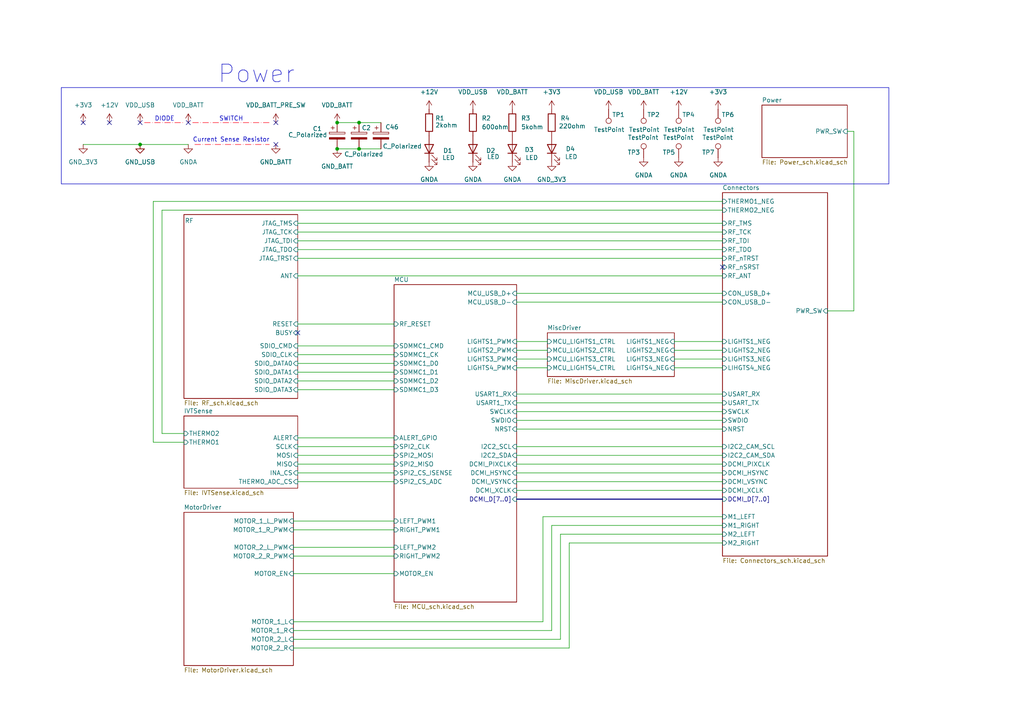
<source format=kicad_sch>
(kicad_sch (version 20231120) (generator "eeschema") (generator_version "8.0")
  (paper "A4")
  (lib_symbols
    (symbol "Connector:TestPoint" (pin_numbers hide) (pin_names (offset 0.762) hide)
      (property "Reference" "TP" (at 0 6.858 0))
      (property "Value" "TestPoint" (at 0 5.08 0))
      (symbol "TestPoint_0_1"
        (circle (center 0 3.302) (radius 0.762))
      )
      (symbol "TestPoint_1_1"
        (pin passive line (at 0 0 90) (length 2.54) (name "1") (number "1"))
      )
    )
    (symbol "Device:C_Polarized" (pin_numbers hide) (pin_names (offset 0.254))
      (property "Reference" "C" (at 0.635 2.54 0))
      (property "Value" "C_Polarized" (at 0.635 -2.54 0))
      (symbol "C_Polarized_0_1"
        (rectangle (start -2.286 0.508) (end 2.286 1.016))
        (polyline (pts (xy -1.778 2.286) (xy -0.762 2.286)))
        (polyline (pts (xy -1.27 2.794) (xy -1.27 1.778)))
        (rectangle (start 2.286 -0.508) (end -2.286 -1.016) (fill (type outline)))
      )
      (symbol "C_Polarized_1_1"
        (pin passive line (at 0 3.81 270) (length 2.794) (name "~") (number "1"))
        (pin passive line (at 0 -3.81 90) (length 2.794) (name "~") (number "2"))
      )
    )
    (symbol "Device:LED" (pin_numbers hide) (pin_names (offset 1.016) hide)
      (property "Reference" "D" (at 0 2.54 0))
      (property "Value" "LED" (at 0 -2.54 0))
      (symbol "LED_0_1"
        (polyline (pts (xy -1.27 -1.27) (xy -1.27 1.27)) (stroke (width 0.254)))
        (polyline (pts (xy -1.27 0) (xy 1.27 0)))
        (polyline (pts (xy 1.27 -1.27) (xy 1.27 1.27) (xy -1.27 0) (xy 1.27 -1.27)) (stroke (width 0.254)))
        (polyline (pts (xy -3.048 -0.762) (xy -4.572 -2.286) (xy -3.81 -2.286) (xy -4.572 -2.286) (xy -4.572 -1.524)))
        (polyline (pts (xy -1.778 -0.762) (xy -3.302 -2.286) (xy -2.54 -2.286) (xy -3.302 -2.286) (xy -3.302 -1.524)))
      )
      (symbol "LED_1_1"
        (pin passive line (at -3.81 0 0) (length 2.54) (name "K") (number "1"))
        (pin passive line (at 3.81 0 180) (length 2.54) (name "A") (number "2"))
      )
    )
    (symbol "Device:R" (pin_numbers hide) (pin_names (offset 0))
      (property "Reference" "R" (at 2.032 0 90))
      (property "Value" "R" (at 0 0 90))
      (symbol "R_0_1"
        (rectangle (start -1.016 -2.54) (end 1.016 2.54) (stroke (width 0.254)))
      )
      (symbol "R_1_1"
        (pin passive line (at 0 3.81 270) (length 1.27) (name "~") (number "1"))
        (pin passive line (at 0 -3.81 90) (length 1.27) (name "~") (number "2"))
      )
    )
    (symbol "power:+3V3" (power) (pin_numbers hide) (pin_names (offset 0) hide)
      (property "Value" "+3V3" (at 0 3.556 0))
      (symbol "+3V3_0_1"
        (polyline (pts (xy -0.762 1.27) (xy 0 2.54)))
        (polyline (pts (xy 0 0) (xy 0 2.54)))
        (polyline (pts (xy 0 2.54) (xy 0.762 1.27)))
      )
      (symbol "+3V3_1_1"
        (pin power_in line (at 0 0 90) (length 0) (name "~") (number "1"))
      )
    )
    (symbol "power:GND" (power) (pin_numbers hide) (pin_names (offset 0) hide)
      (property "Value" "GND" (at 0 -3.81 0))
      (symbol "GND_0_1"
        (polyline (pts (xy 0 0) (xy 0 -1.27) (xy 1.27 -1.27) (xy 0 -2.54) (xy -1.27 -1.27) (xy 0 -1.27)))
      )
      (symbol "GND_1_1"
        (pin power_in line (at 0 0 270) (length 0) (name "~") (number "1"))
      )
    )
    (symbol "power:GNDA" (power) (pin_numbers hide) (pin_names (offset 0) hide)
      (property "Value" "GNDA" (at 0 -3.81 0))
      (symbol "GNDA_0_1"
        (polyline (pts (xy 0 0) (xy 0 -1.27) (xy 1.27 -1.27) (xy 0 -2.54) (xy -1.27 -1.27) (xy 0 -1.27)))
      )
      (symbol "GNDA_1_1"
        (pin power_in line (at 0 0 270) (length 0) (name "~") (number "1"))
      )
    )
  )
  (junction (at 40.64 41.91))
  (junction (at 97.79 35.56))
  (junction (at 104.14 43.18))
  (junction (at 104.14 35.56))
  (junction (at 97.79 43.18))
  (no_connect (at 86.36 96.52))
  (no_connect (at 54.61 35.56))
  (no_connect (at 80.01 41.91))
  (no_connect (at 80.01 35.56))
  (no_connect (at 209.55 77.47))
  (no_connect (at 40.64 35.56))
  (no_connect (at 31.75 35.56))
  (no_connect (at 24.13 35.56))
  (wire (pts (xy 86.36 93.98) (xy 114.3 93.98)))
  (wire (pts (xy 247.65 38.1) (xy 245.745 38.1)))
  (wire (pts (xy 86.36 67.31) (xy 209.55 67.31)))
  (wire (pts (xy 85.09 161.29) (xy 114.3 161.29)))
  (wire (pts (xy 86.36 134.62) (xy 114.3 134.62)))
  (polyline (pts (xy 41.91 35.56) (xy 53.34 35.56)) (stroke (width 0) (type dash_dot) (color 255 5 28 1)))
  (wire (pts (xy 85.09 153.67) (xy 114.3 153.67)))
  (wire (pts (xy 149.86 129.54) (xy 209.55 129.54)))
  (wire (pts (xy 97.79 43.18) (xy 104.14 43.18)))
  (wire (pts (xy 162.56 185.42) (xy 162.56 154.94)))
  (wire (pts (xy 86.36 107.95) (xy 114.3 107.95)))
  (polyline (pts (xy 56.515 41.91) (xy 78.105 41.91)) (stroke (width 0) (type dash_dot) (color 255 5 28 1)))
  (wire (pts (xy 44.45 128.27) (xy 53.34 128.27)))
  (wire (pts (xy 85.09 180.34) (xy 157.48 180.34)))
  (wire (pts (xy 86.36 129.54) (xy 114.3 129.54)))
  (wire (pts (xy 247.65 38.1) (xy 247.65 90.17)))
  (wire (pts (xy 149.86 119.38) (xy 209.55 119.38)))
  (wire (pts (xy 195.58 104.14) (xy 209.55 104.14)))
  (wire (pts (xy 86.36 72.39) (xy 209.55 72.39)))
  (wire (pts (xy 149.86 85.09) (xy 209.55 85.09)))
  (wire (pts (xy 149.86 134.62) (xy 209.55 134.62)))
  (wire (pts (xy 149.86 132.08) (xy 209.55 132.08)))
  (wire (pts (xy 46.99 60.96) (xy 46.99 125.73)))
  (wire (pts (xy 149.86 124.46) (xy 209.55 124.46)))
  (wire (pts (xy 85.09 158.75) (xy 114.3 158.75)))
  (wire (pts (xy 149.86 106.68) (xy 158.75 106.68)))
  (wire (pts (xy 195.58 99.06) (xy 209.55 99.06)))
  (wire (pts (xy 149.86 101.6) (xy 158.75 101.6)))
  (wire (pts (xy 86.36 110.49) (xy 114.3 110.49)))
  (wire (pts (xy 86.36 80.01) (xy 209.55 80.01)))
  (wire (pts (xy 86.36 100.33) (xy 114.3 100.33)))
  (wire (pts (xy 149.86 114.3) (xy 209.55 114.3)))
  (wire (pts (xy 85.09 151.13) (xy 114.3 151.13)))
  (wire (pts (xy 24.13 41.91) (xy 40.64 41.91)))
  (wire (pts (xy 85.09 182.88) (xy 160.02 182.88)))
  (wire (pts (xy 86.36 139.7) (xy 114.3 139.7)))
  (wire (pts (xy 195.58 106.68) (xy 209.55 106.68)))
  (wire (pts (xy 160.02 152.4) (xy 209.55 152.4)))
  (wire (pts (xy 46.99 60.96) (xy 209.55 60.96)))
  (wire (pts (xy 104.14 35.56) (xy 110.49 35.56)))
  (bus (pts (xy 149.86 144.78) (xy 209.55 144.78)))
  (wire (pts (xy 86.36 127) (xy 114.3 127)))
  (wire (pts (xy 149.86 87.63) (xy 209.55 87.63)))
  (wire (pts (xy 86.36 137.16) (xy 114.3 137.16)))
  (wire (pts (xy 85.09 187.96) (xy 165.1 187.96)))
  (wire (pts (xy 149.86 142.24) (xy 209.55 142.24)))
  (wire (pts (xy 86.36 102.87) (xy 114.3 102.87)))
  (wire (pts (xy 40.64 41.91) (xy 54.61 41.91)))
  (wire (pts (xy 149.86 116.84) (xy 209.55 116.84)))
  (wire (pts (xy 86.36 132.08) (xy 114.3 132.08)))
  (wire (pts (xy 97.79 35.56) (xy 104.14 35.56)))
  (wire (pts (xy 157.48 149.86) (xy 209.55 149.86)))
  (wire (pts (xy 149.86 121.92) (xy 209.55 121.92)))
  (wire (pts (xy 149.86 104.14) (xy 158.75 104.14)))
  (wire (pts (xy 85.09 185.42) (xy 162.56 185.42)))
  (wire (pts (xy 149.86 137.16) (xy 209.55 137.16)))
  (polyline (pts (xy 55.88 35.56) (xy 78.105 35.56)) (stroke (width 0) (type dash_dot) (color 255 5 28 1)))
  (wire (pts (xy 165.1 157.48) (xy 209.55 157.48)))
  (wire (pts (xy 157.48 180.34) (xy 157.48 149.86)))
  (wire (pts (xy 160.02 182.88) (xy 160.02 152.4)))
  (wire (pts (xy 85.09 166.37) (xy 114.3 166.37)))
  (wire (pts (xy 162.56 154.94) (xy 209.55 154.94)))
  (wire (pts (xy 247.65 90.17) (xy 240.03 90.17)))
  (wire (pts (xy 86.36 64.77) (xy 209.55 64.77)))
  (wire (pts (xy 86.36 105.41) (xy 114.3 105.41)))
  (wire (pts (xy 165.1 187.96) (xy 165.1 157.48)))
  (wire (pts (xy 46.99 125.73) (xy 53.34 125.73)))
  (wire (pts (xy 149.86 99.06) (xy 158.75 99.06)))
  (wire (pts (xy 86.36 69.85) (xy 209.55 69.85)))
  (wire (pts (xy 195.58 101.6) (xy 209.55 101.6)))
  (wire (pts (xy 86.36 113.03) (xy 114.3 113.03)))
  (wire (pts (xy 149.86 139.7) (xy 209.55 139.7)))
  (wire (pts (xy 44.45 58.42) (xy 44.45 128.27)))
  (wire (pts (xy 86.36 74.93) (xy 209.55 74.93)))
  (wire (pts (xy 104.14 43.18) (xy 110.49 43.18)))
  (wire (pts (xy 44.45 58.42) (xy 209.55 58.42)))
  (rectangle (start 17.78 25.4) (end 257.81 53.34))
  (text "DIODE" (at 47.752 34.544 0) (effects (font (size 1.27 1.27))))
  (text "SWITCH" (at 67.056 34.544 0) (effects (font (size 1.27 1.27))))
  (text "Current Sense Resistor\n" (at 67.056 40.64 0) (effects (font (size 1.27 1.27))))
  (text "Power\n" (at 74.422 21.59 0) (effects (font (size 5.08 5.08))))
  (symbol (lib_id "power:GNDA") (at 186.69 45.72 0) (unit 1)
    (property "Reference" "#PWR024" (effects (hide yes)))
    (property "Value" "GNDA" (at 186.69 50.8 0))
    (property "Description" "Power symbol creates a global label with name \"GNDA\" , analog ground" (effects (hide yes)))
  )
  (symbol (lib_id "power:+3V3") (at 97.79 35.56 0) (unit 1)
    (property "Reference" "#PWR011" (effects (hide yes)))
    (property "Value" "VDD_BATT" (at 97.79 30.48 0))
    (property "Description" "Power symbol creates a global label with name \"+3V3\"" (effects (hide yes)))
  )
  (symbol (lib_id "Connector:TestPoint") (at 208.28 31.75 180) (unit 1)
    (property "Reference" "TP6" (at 209.296 33.274 0) (effects (justify right)))
    (property "Value" "TestPoint" (at 203.962 37.592 0) (effects (justify right)))
    (property "Footprint" "Connector_PinHeader_2.54mm:PinHeader_1x02_P2.54mm_Vertical" (effects (hide yes)))
    (property "Description" "test point" (effects (hide yes)))
    (property "MANUF_PN" "N/A" (effects (hide yes)))
  )
  (symbol (lib_id "power:+3V3") (at 196.85 31.75 0) (unit 1)
    (property "Reference" "#PWR025" (effects (hide yes)))
    (property "Value" "+12V" (at 196.85 26.67 0))
    (property "Description" "Power symbol creates a global label with name \"+3V3\"" (effects (hide yes)))
  )
  (symbol (lib_id "power:+3V3") (at 124.46 31.75 0) (unit 1)
    (property "Reference" "#PWR013" (effects (hide yes)))
    (property "Value" "+12V" (at 124.46 26.67 0))
    (property "Description" "Power symbol creates a global label with name \"+3V3\"" (effects (hide yes)))
  )
  (symbol (lib_id "Device:LED") (at 124.46 43.18 90) (unit 1)
    (property "Reference" "D1" (at 128.524 43.688 90) (effects (justify right)))
    (property "Value" "LED" (at 128.27 45.72 90) (effects (justify right)))
    (property "Footprint" "LED_SMD:LED_0603_1608Metric" (effects (hide yes)))
    (property "Description" "Light emitting diode" (effects (hide yes)))
    (property "MANUF_PN" "LTST-C190GKT" (effects (hide yes)))
  )
  (symbol (lib_id "power:+3V3") (at 148.59 31.75 0) (unit 1)
    (property "Reference" "#PWR017" (effects (hide yes)))
    (property "Value" "VDD_BATT" (at 148.59 26.67 0))
    (property "Description" "Power symbol creates a global label with name \"+3V3\"" (effects (hide yes)))
  )
  (symbol (lib_id "Device:LED") (at 148.59 43.18 90) (unit 1)
    (property "Reference" "D3" (at 152.146 43.434 90) (effects (justify right)))
    (property "Value" "LED" (at 152.4 45.72 90) (effects (justify right)))
    (property "Footprint" "LED_SMD:LED_0603_1608Metric" (effects (hide yes)))
    (property "Description" "Light emitting diode" (effects (hide yes)))
    (property "MANUF_PN" "LTST-C190GKT" (effects (hide yes)))
  )
  (symbol (lib_id "Connector:TestPoint") (at 186.69 31.75 180) (unit 1)
    (property "Reference" "TP2" (at 187.706 33.274 0) (effects (justify right)))
    (property "Value" "TestPoint" (at 182.372 37.592 0) (effects (justify right)))
    (property "Footprint" "Connector_PinHeader_2.54mm:PinHeader_1x02_P2.54mm_Vertical" (effects (hide yes)))
    (property "Description" "test point" (effects (hide yes)))
    (property "MANUF_PN" "N/A" (effects (hide yes)))
  )
  (symbol (lib_id "power:GNDA") (at 40.64 41.91 0) (unit 1)
    (property "Reference" "#PWR05" (effects (hide yes)))
    (property "Value" "GND_USB" (effects (hide yes)))
    (property "Description" "Power symbol creates a global label with name \"GNDA\" , analog ground" (effects (hide yes)))
  )
  (symbol (lib_id "power:GNDA") (at 40.64 41.91 0) (unit 1)
    (property "Reference" "#PWR06" (effects (hide yes)))
    (property "Value" "GND_USB" (at 40.64 46.99 0))
    (property "Description" "Power symbol creates a global label with name \"GNDA\" , analog ground" (effects (hide yes)))
  )
  (symbol (lib_id "power:+3V3") (at 208.28 31.75 0) (unit 1)
    (property "Reference" "#PWR027" (effects (hide yes)))
    (property "Value" "+3V3" (at 208.28 26.67 0))
    (property "Description" "Power symbol creates a global label with name \"+3V3\"" (effects (hide yes)))
  )
  (symbol (lib_id "Device:R") (at 124.46 35.56 0) (unit 1)
    (property "Reference" "R1" (at 126.238 34.29 0) (effects (justify left)))
    (property "Value" "2kohm" (at 126.238 36.322 0) (effects (justify left)))
    (property "Footprint" "Resistor_SMD:R_0603_1608Metric" (effects (hide yes)))
    (property "Description" "Resistor" (effects (hide yes)))
    (property "MANUF_PN" "ERA-3AEB202V" (effects (hide yes)))
  )
  (symbol (lib_id "Device:R") (at 160.02 35.56 0) (unit 1)
    (property "Reference" "R4" (at 162.56 34.2899 0) (effects (justify left)))
    (property "Value" "220ohm" (at 162.052 36.576 0) (effects (justify left)))
    (property "Footprint" "Resistor_SMD:R_0603_1608Metric" (effects (hide yes)))
    (property "Description" "Resistor" (effects (hide yes)))
    (property "MANUF_PN" "RMCF0603FT220R" (effects (hide yes)))
  )
  (symbol (lib_id "Connector:TestPoint") (at 196.85 31.75 180) (unit 1)
    (property "Reference" "TP4" (at 197.866 33.274 0) (effects (justify right)))
    (property "Value" "TestPoint" (at 192.532 37.592 0) (effects (justify right)))
    (property "Footprint" "Connector_PinHeader_2.54mm:PinHeader_1x02_P2.54mm_Vertical" (effects (hide yes)))
    (property "Description" "test point" (effects (hide yes)))
    (property "MANUF_PN" "N/A" (effects (hide yes)))
  )
  (symbol (lib_id "power:GND") (at 160.02 46.99 0) (unit 1)
    (property "Reference" "#PWR021" (effects (hide yes)))
    (property "Value" "GND_3V3" (at 160.02 52.07 0))
    (property "Description" "Power symbol creates a global label with name \"GND\" , ground" (effects (hide yes)))
  )
  (symbol (lib_id "power:+3V3") (at 54.61 35.56 0) (unit 1)
    (property "Reference" "#PWR07" (effects (hide yes)))
    (property "Value" "VDD_BATT" (at 54.61 30.48 0))
    (property "Description" "Power symbol creates a global label with name \"+3V3\"" (effects (hide yes)))
  )
  (symbol (lib_id "Device:R") (at 148.59 35.56 0) (unit 1)
    (property "Reference" "R3" (at 151.13 34.2899 0) (effects (justify left)))
    (property "Value" "5kohm" (at 151.13 36.8299 0) (effects (justify left)))
    (property "Footprint" "Resistor_SMD:R_0603_1608Metric" (effects (hide yes)))
    (property "Description" "Resistor" (effects (hide yes)))
    (property "MANUF_PN" "RT0603BRE075KL" (effects (hide yes)))
  )
  (symbol (lib_id "Connector:TestPoint") (at 176.53 31.75 180) (unit 1)
    (property "Reference" "TP1" (at 177.546 33.274 0) (effects (justify right)))
    (property "Value" "TestPoint" (at 172.212 37.592 0) (effects (justify right)))
    (property "Footprint" "Connector_PinHeader_2.54mm:PinHeader_1x02_P2.54mm_Vertical" (effects (hide yes)))
    (property "Description" "test point" (effects (hide yes)))
    (property "MANUF_PN" "N/A" (effects (hide yes)))
  )
  (symbol (lib_id "power:GNDA") (at 208.28 45.72 0) (unit 1)
    (property "Reference" "#PWR028" (effects (hide yes)))
    (property "Value" "GNDA" (at 208.28 50.8 0))
    (property "Description" "Power symbol creates a global label with name \"GNDA\" , analog ground" (effects (hide yes)))
  )
  (symbol (lib_id "power:+3V3") (at 160.02 31.75 0) (unit 1)
    (property "Reference" "#PWR019" (effects (hide yes)))
    (property "Value" "+3V3" (at 160.02 26.67 0))
    (property "Description" "Power symbol creates a global label with name \"+3V3\"" (effects (hide yes)))
  )
  (symbol (lib_id "Connector:TestPoint") (at 208.28 45.72 0) (unit 1)
    (property "Reference" "TP7" (at 207.264 44.196 0) (effects (justify right)))
    (property "Value" "TestPoint" (at 212.598 39.878 0) (effects (justify right)))
    (property "Footprint" "Connector_PinHeader_2.54mm:PinHeader_1x02_P2.54mm_Vertical" (effects (hide yes)))
    (property "Description" "test point" (effects (hide yes)))
    (property "MANUF_PN" "N/A" (effects (hide yes)))
  )
  (symbol (lib_id "power:GNDA") (at 196.85 45.72 0) (unit 1)
    (property "Reference" "#PWR026" (effects (hide yes)))
    (property "Value" "GNDA" (at 196.85 50.8 0))
    (property "Description" "Power symbol creates a global label with name \"GNDA\" , analog ground" (effects (hide yes)))
  )
  (symbol (lib_id "power:+3V3") (at 31.75 35.56 0) (unit 1)
    (property "Reference" "#PWR03" (effects (hide yes)))
    (property "Value" "+12V" (at 31.75 30.48 0))
    (property "Description" "Power symbol creates a global label with name \"+3V3\"" (effects (hide yes)))
  )
  (symbol (lib_id "Device:R") (at 137.16 35.56 0) (unit 1)
    (property "Reference" "R2" (at 139.7 34.2899 0) (effects (justify left)))
    (property "Value" "600ohm" (at 139.7 36.8299 0) (effects (justify left)))
    (property "Footprint" "Resistor_SMD:R_0603_1608Metric" (effects (hide yes)))
    (property "Description" "Resistor" (effects (hide yes)))
    (property "MANUF_PN" "ERJ-3EKF5600V" (effects (hide yes)))
  )
  (symbol (lib_id "power:+3V3") (at 40.64 35.56 0) (unit 1)
    (property "Reference" "#PWR04" (effects (hide yes)))
    (property "Value" "VDD_USB" (at 40.64 30.48 0))
    (property "Description" "Power symbol creates a global label with name \"+3V3\"" (effects (hide yes)))
  )
  (symbol (lib_id "power:GND") (at 137.16 46.99 0) (unit 1)
    (property "Reference" "#PWR016" (effects (hide yes)))
    (property "Value" "GNDA" (at 137.16 52.07 0))
    (property "Description" "Power symbol creates a global label with name \"GND\" , ground" (effects (hide yes)))
  )
  (symbol (lib_id "Connector:TestPoint") (at 186.69 45.72 0) (unit 1)
    (property "Reference" "TP3" (at 185.674 44.196 0) (effects (justify right)))
    (property "Value" "TestPoint" (at 191.008 39.878 0) (effects (justify right)))
    (property "Footprint" "Connector_PinHeader_2.54mm:PinHeader_1x02_P2.54mm_Vertical" (effects (hide yes)))
    (property "Description" "test point" (effects (hide yes)))
    (property "MANUF_PN" "N/A" (effects (hide yes)))
  )
  (symbol (lib_id "power:GNDA") (at 148.59 46.99 0) (unit 1)
    (property "Reference" "#PWR018" (effects (hide yes)))
    (property "Value" "GNDA" (at 148.59 52.07 0))
    (property "Description" "Power symbol creates a global label with name \"GNDA\" , analog ground" (effects (hide yes)))
  )
  (symbol (lib_id "Device:C_Polarized") (at 97.79 39.37 0) (unit 1)
    (property "Reference" "C1" (at 90.678 37.338 0) (effects (justify left)))
    (property "Value" "C_Polarized" (at 83.566 39.116 0) (effects (justify left)))
    (property "Footprint" "Capacitor_THT:CP_Radial_D10.0mm_P5.00mm" (effects (hide yes)))
    (property "Description" "Polarized capacitor" (effects (hide yes)))
    (property "MANUF_PN" "EEU-FS2A151LB" (effects (hide yes)))
  )
  (symbol (lib_id "Device:C_Polarized") (at 110.49 39.37 0) (unit 1)
    (property "Reference" "C46" (at 111.76 36.83 0) (effects (justify left)))
    (property "Value" "C_Polarized" (at 110.998 42.418 0) (effects (justify left)))
    (property "Footprint" "Inductor_THT:L_Radial_D12.0mm_P5.00mm_Neosid_SD12k_style2" (effects (hide yes)))
    (property "Description" "Polarized capacitor" (effects (hide yes)))
    (property "MANUF_PN" "100ZLJ330M12.5X35" (effects (hide yes)))
  )
  (symbol (lib_id "power:+3V3") (at 176.53 31.75 0) (unit 1)
    (property "Reference" "#PWR022" (effects (hide yes)))
    (property "Value" "VDD_USB" (at 176.53 26.67 0))
    (property "Description" "Power symbol creates a global label with name \"+3V3\"" (effects (hide yes)))
  )
  (symbol (lib_id "power:+3V3") (at 80.01 35.56 0) (unit 1)
    (property "Reference" "#PWR09" (effects (hide yes)))
    (property "Value" "VDD_BATT_PRE_SW" (at 80.01 30.48 0))
    (property "Description" "Power symbol creates a global label with name \"+3V3\"" (effects (hide yes)))
  )
  (symbol (lib_id "power:GND") (at 97.79 43.18 0) (unit 1)
    (property "Reference" "#PWR012" (effects (hide yes)))
    (property "Value" "GND_BATT" (at 97.79 48.26 0))
    (property "Description" "Power symbol creates a global label with name \"GND\" , ground" (effects (hide yes)))
  )
  (symbol (lib_id "power:GND") (at 80.01 41.91 0) (unit 1)
    (property "Reference" "#PWR010" (effects (hide yes)))
    (property "Value" "GND_BATT" (at 80.01 46.99 0))
    (property "Description" "Power symbol creates a global label with name \"GND\" , ground" (effects (hide yes)))
  )
  (symbol (lib_id "Device:C_Polarized") (at 104.14 39.37 0) (unit 1)
    (property "Reference" "C2" (at 104.902 37.084 0) (effects (justify left)))
    (property "Value" "C_Polarized" (at 99.822 44.704 0) (effects (justify left)))
    (property "Footprint" "Capacitor_THT:CP_Radial_D10.0mm_P5.00mm" (effects (hide yes)))
    (property "Description" "Polarized capacitor" (effects (hide yes)))
    (property "MANUF_PN" "EEU-FS2A151LB" (effects (hide yes)))
  )
  (symbol (lib_id "power:+3V3") (at 186.69 31.75 0) (unit 1)
    (property "Reference" "#PWR023" (effects (hide yes)))
    (property "Value" "VDD_BATT" (at 186.69 26.67 0))
    (property "Description" "Power symbol creates a global label with name \"+3V3\"" (effects (hide yes)))
  )
  (symbol (lib_id "power:GNDA") (at 124.46 46.99 0) (unit 1)
    (property "Reference" "#PWR014" (effects (hide yes)))
    (property "Value" "GNDA" (at 124.46 52.07 0))
    (property "Description" "Power symbol creates a global label with name \"GNDA\" , analog ground" (effects (hide yes)))
  )
  (symbol (lib_id "Device:LED") (at 160.02 43.18 90) (unit 1)
    (property "Reference" "D4" (at 164.084 43.18 90) (effects (justify right)))
    (property "Value" "LED" (at 163.83 45.466 90) (effects (justify right)))
    (property "Footprint" "LED_SMD:LED_0603_1608Metric" (effects (hide yes)))
    (property "Description" "Light emitting diode" (effects (hide yes)))
    (property "MANUF_PN" "LTST-C190GKT" (effects (hide yes)))
  )
  (symbol (lib_id "Device:LED") (at 137.16 43.18 90) (unit 1)
    (property "Reference" "D2" (at 140.97 43.688 90) (effects (justify right)))
    (property "Value" "LED" (at 141.224 45.466 90) (effects (justify right)))
    (property "Footprint" "LED_SMD:LED_0603_1608Metric" (effects (hide yes)))
    (property "Description" "Light emitting diode" (effects (hide yes)))
    (property "MANUF_PN" "LTST-C190GKT" (effects (hide yes)))
  )
  (symbol (lib_id "power:+3V3") (at 137.16 31.75 0) (unit 1)
    (property "Reference" "#PWR015" (effects (hide yes)))
    (property "Value" "VDD_USB" (at 137.16 26.67 0))
    (property "Description" "Power symbol creates a global label with name \"+3V3\"" (effects (hide yes)))
  )
  (symbol (lib_id "power:GNDA") (at 54.61 41.91 0) (unit 1)
    (property "Reference" "#PWR08" (effects (hide yes)))
    (property "Value" "GNDA" (at 54.61 46.99 0))
    (property "Description" "Power symbol creates a global label with name \"GNDA\" , analog ground" (effects (hide yes)))
  )
  (symbol (lib_id "power:+3V3") (at 24.13 35.56 0) (unit 1)
    (property "Reference" "#PWR01" (effects (hide yes)))
    (property "Value" "+3V3" (at 24.13 30.48 0))
    (property "Description" "Power symbol creates a global label with name \"+3V3\"" (effects (hide yes)))
  )
  (symbol (lib_id "power:GND") (at 24.13 41.91 0) (unit 1)
    (property "Reference" "#PWR02" (effects (hide yes)))
    (property "Value" "GND_3V3" (at 24.13 46.99 0))
    (property "Description" "Power symbol creates a global label with name \"GND\" , ground" (effects (hide yes)))
  )
  (symbol (lib_id "Connector:TestPoint") (at 196.85 45.72 0) (unit 1)
    (property "Reference" "TP5" (at 195.834 44.196 0) (effects (justify right)))
    (property "Value" "TestPoint" (at 201.168 39.878 0) (effects (justify right)))
    (property "Footprint" "Connector_PinHeader_2.54mm:PinHeader_1x02_P2.54mm_Vertical" (effects (hide yes)))
    (property "Description" "test point" (effects (hide yes)))
    (property "MANUF_PN" "N/A" (effects (hide yes)))
  )
  (sheet (at 53.34 148.59) (size 31.75 44.45) (stroke (width 0.1524))
    (property "Sheetname" "MotorDriver" (at 53.34 147.8784 0) (effects (justify left bottom)))
    (property "Sheetfile" "MotorDriver.kicad_sch" (at 53.34 193.6246 0) (effects (justify left top)))
    (pin "MOTOR_1_R" input (at 85.09 182.88 0))
    (pin "MOTOR_1_L" input (at 85.09 180.34 0))
    (pin "MOTOR_1_R_PWM" input (at 85.09 153.67 0))
    (pin "MOTOR_1_L_PWM" input (at 85.09 151.13 0))
    (pin "MOTOR_2_L" input (at 85.09 185.42 0))
    (pin "MOTOR_2_R" input (at 85.09 187.96 0))
    (pin "MOTOR_2_L_PWM" input (at 85.09 158.75 0))
    (pin "MOTOR_2_R_PWM" input (at 85.09 161.29 0))
    (pin "MOTOR_EN" input (at 85.09 166.37 0))
  )
  (sheet (at 209.55 55.88) (size 30.48 105.41) (stroke (width 0.1524))
    (property "Sheetname" "Connectors" (at 209.55 55.1684 0) (effects (justify left bottom)))
    (property "Sheetfile" "Connectors_sch.kicad_sch" (at 209.55 161.8746 0) (effects (justify left top)))
    (pin "RF_ANT" input (at 209.55 80.01 180))
    (pin "USART_RX" input (at 209.55 114.3 180))
    (pin "USART_TX" input (at 209.55 116.84 180))
    (pin "SWCLK" input (at 209.55 119.38 180))
    (pin "M1_LEFT" input (at 209.55 149.86 180))
    (pin "M2_LEFT" input (at 209.55 154.94 180))
    (pin "M1_RIGHT" input (at 209.55 152.4 180))
    (pin "M2_RIGHT" input (at 209.55 157.48 180))
    (pin "SWDIO" input (at 209.55 121.92 180))
    (pin "NRST" input (at 209.55 124.46 180))
    (pin "DCMI_D[7..0]" input (at 209.55 144.78 180))
    (pin "I2C2_CAM_SCL" input (at 209.55 129.54 180))
    (pin "I2C2_CAM_SDA" input (at 209.55 132.08 180))
    (pin "DCMI_PIXCLK" input (at 209.55 134.62 180))
    (pin "DCMI_VSYNC" input (at 209.55 139.7 180))
    (pin "DCMI_HSYNC" input (at 209.55 137.16 180))
    (pin "DCMI_XCLK" input (at 209.55 142.24 180))
    (pin "LIGHTS1_NEG" input (at 209.55 99.06 180))
    (pin "LIGHTS2_NEG" input (at 209.55 101.6 180))
    (pin "THERMO1_NEG" input (at 209.55 58.42 180))
    (pin "THERMO2_NEG" input (at 209.55 60.96 180))
    (pin "PWR_SW" input (at 240.03 90.17 0))
    (pin "RF_TDI" input (at 209.55 69.85 180))
    (pin "RF_nSRST" input (at 209.55 77.47 180))
    (pin "RF_TDO" input (at 209.55 72.39 180))
    (pin "RF_TCK" input (at 209.55 67.31 180))
    (pin "RF_nTRST" input (at 209.55 74.93 180))
    (pin "RF_TMS" input (at 209.55 64.77 180))
    (pin "CON_USB_D-" input (at 209.55 87.63 180))
    (pin "CON_USB_D+" input (at 209.55 85.09 180))
    (pin "LIHGTS4_NEG" input (at 209.55 106.68 180))
    (pin "LIGHTS3_NEG" input (at 209.55 104.14 180))
  )
  (sheet (at 53.34 62.23) (size 33.02 53.34) (stroke (width 0.1524))
    (property "Sheetname" "RF" (at 53.594 64.77 0) (effects (justify left bottom)))
    (property "Sheetfile" "RF_sch.kicad_sch" (at 53.34 116.1546 0) (effects (justify left top)))
    (pin "JTAG_TDI" input (at 86.36 69.85 0))
    (pin "JTAG_TRST" input (at 86.36 74.93 0))
    (pin "JTAG_TMS" input (at 86.36 64.77 0))
    (pin "JTAG_TCK" input (at 86.36 67.31 0))
    (pin "JTAG_TDO" input (at 86.36 72.39 0))
    (pin "SDIO_CLK" input (at 86.36 102.87 0))
    (pin "SDIO_DATA2" input (at 86.36 110.49 0))
    (pin "SDIO_DATA1" input (at 86.36 107.95 0))
    (pin "SDIO_CMD" input (at 86.36 100.33 0))
    (pin "SDIO_DATA0" input (at 86.36 105.41 0))
    (pin "SDIO_DATA3" input (at 86.36 113.03 0))
    (pin "ANT" input (at 86.36 80.01 0))
    (pin "BUSY" input (at 86.36 96.52 0))
    (pin "RESET" input (at 86.36 93.98 0))
  )
  (sheet (at 158.75 96.52) (size 36.83 12.7) (stroke (width 0.1524))
    (property "Sheetname" "MiscDriver" (at 158.75 95.8084 0) (effects (justify left bottom)))
    (property "Sheetfile" "MiscDriver.kicad_sch" (at 158.75 109.8046 0) (effects (justify left top)))
    (pin "MCU_LIGHTS1_CTRL" input (at 158.75 99.06 180))
    (pin "LIGHTS2_NEG" input (at 195.58 101.6 0))
    (pin "LIGHTS1_NEG" input (at 195.58 99.06 0))
    (pin "MCU_LIGHTS2_CTRL" input (at 158.75 101.6 180))
    (pin "LIGHTS3_NEG" input (at 195.58 104.14 0))
    (pin "LIGHTS4_NEG" input (at 195.58 106.68 0))
    (pin "MCU_LIGHTS3_CTRL" input (at 158.75 104.14 180))
    (pin "MCU_LIGHTS4_CTRL" input (at 158.75 106.68 180))
  )
  (sheet (at 53.34 120.65) (size 33.02 20.955) (stroke (width 0.1524))
    (property "Sheetname" "IVTSense" (at 53.34 119.9384 0) (effects (justify left bottom)))
    (property "Sheetfile" "IVTSense.kicad_sch" (at 53.34 142.1896 0) (effects (justify left top)))
    (pin "ALERT" input (at 86.36 127 0))
    (pin "SCLK" input (at 86.36 129.54 0))
    (pin "MOSI" input (at 86.36 132.08 0))
    (pin "MISO" input (at 86.36 134.62 0))
    (pin "THERMO2" input (at 53.34 125.73 180))
    (pin "INA_CS" input (at 86.36 137.16 0))
    (pin "THERMO1" input (at 53.34 128.27 180))
    (pin "THERMO_ADC_CS" input (at 86.36 139.7 0))
  )
  (sheet (at 114.3 82.55) (size 35.56 92.075) (stroke (width 0.1524))
    (property "Sheetname" "MCU" (at 114.3 81.8384 0) (effects (justify left bottom)))
    (property "Sheetfile" "MCU_sch.kicad_sch" (at 114.3 175.2096 0) (effects (justify left top)))
    (pin "DCMI_PIXCLK" input (at 149.86 134.62 0))
    (pin "DCMI_XCLK" input (at 149.86 142.24 0))
    (pin "DCMI_HSYNC" input (at 149.86 137.16 0))
    (pin "MCU_USB_D-" input (at 149.86 87.63 0))
    (pin "SWCLK" input (at 149.86 119.38 0))
    (pin "SWDIO" input (at 149.86 121.92 0))
    (pin "RIGHT_PWM2" input (at 114.3 161.29 180))
    (pin "LIGHTS2_PWM" input (at 149.86 101.6 0))
    (pin "MCU_USB_D+" input (at 149.86 85.09 0))
    (pin "LEFT_PWM2" input (at 114.3 158.75 180))
    (pin "MOTOR_EN" input (at 114.3 166.37 180))
    (pin "LEFT_PWM1" input (at 114.3 151.13 180))
    (pin "SDMMC1_CMD" input (at 114.3 100.33 180))
    (pin "RIGHT_PWM1" input (at 114.3 153.67 180))
    (pin "NRST" input (at 149.86 124.46 0))
    (pin "DCMI_D[7..0]" input (at 149.86 144.78 0))
    (pin "LIGHTS1_PWM" input (at 149.86 99.06 0))
    (pin "RF_RESET" input (at 114.3 93.98 180))
    (pin "SDMMC1_D3" input (at 114.3 113.03 180))
    (pin "SDMMC1_CK" input (at 114.3 102.87 180))
    (pin "SPI2_CS_ADC" input (at 114.3 139.7 180))
    (pin "SPI2_CS_ISENSE" input (at 114.3 137.16 180))
    (pin "SPI2_MISO" input (at 114.3 134.62 180))
    (pin "SPI2_MOSI" input (at 114.3 132.08 180))
    (pin "ALERT_GPIO" input (at 114.3 127 180))
    (pin "SDMMC1_D0" input (at 114.3 105.41 180))
    (pin "SDMMC1_D1" input (at 114.3 107.95 180))
    (pin "SDMMC1_D2" input (at 114.3 110.49 180))
    (pin "SPI2_CLK" input (at 114.3 129.54 180))
    (pin "I2C2_SCL" input (at 149.86 129.54 0))
    (pin "DCMI_VSYNC" input (at 149.86 139.7 0))
    (pin "USART1_TX" input (at 149.86 116.84 0))
    (pin "USART1_RX" input (at 149.86 114.3 0))
    (pin "I2C2_SDA" input (at 149.86 132.08 0))
    (pin "LIGHTS3_PWM" input (at 149.86 104.14 0))
    (pin "LIGHTS4_PWM" input (at 149.86 106.68 0))
  )
  (sheet (at 220.98 30.48) (size 24.765 15.24) (stroke (width 0.1524))
    (property "Sheetname" "Power" (at 220.98 29.7684 0) (effects (justify left bottom)))
    (property "Sheetfile" "Power_sch.kicad_sch" (at 220.98 46.3046 0) (effects (justify left top)))
    (pin "PWR_SW" input (at 245.745 38.1 0))
  )
)
</source>
